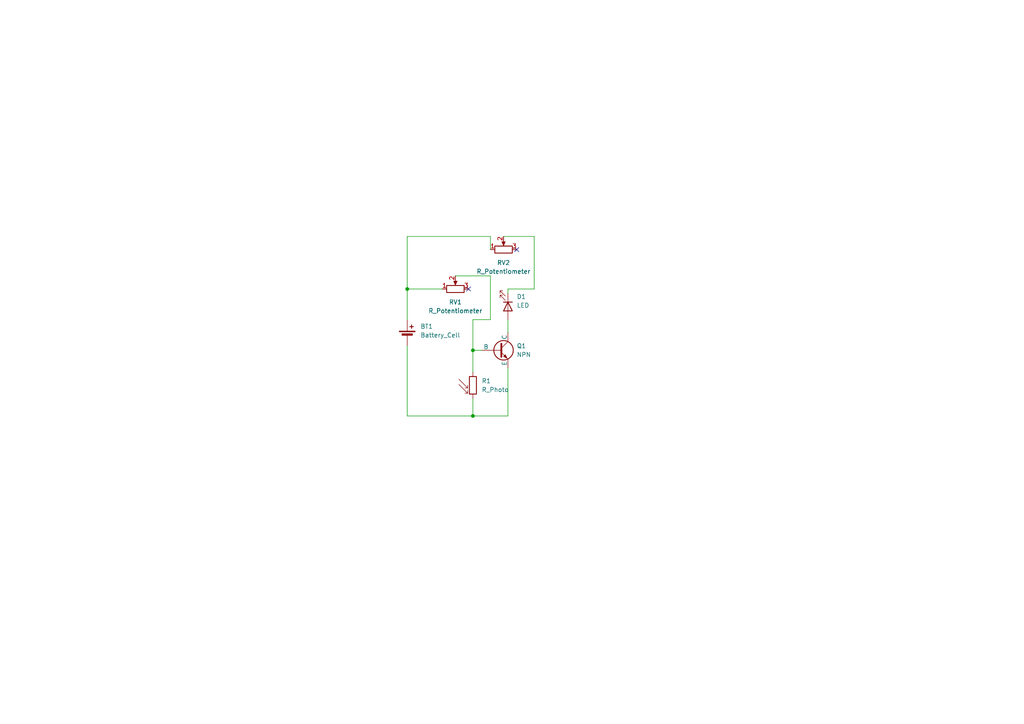
<source format=kicad_sch>
(kicad_sch (version 20231120) (generator "eeschema") (generator_version "8.0")
  (paper "A4")
  (lib_symbols
    (symbol "Device:Battery_Cell" (pin_numbers hide) (pin_names (offset 0) hide)
      (property "Reference" "BT" (at 2.54 2.54 0))
      (property "Value" "Battery_Cell" (at 2.54 0 0))
      (symbol "Battery_Cell_0_1"
        (rectangle (start -2.286 1.778) (end 2.286 1.524) (fill (type outline)))
        (rectangle (start -1.524 1.016) (end 1.524 0.508) (fill (type outline)))
        (polyline (pts (xy 0 0.762) (xy 0 0)))
        (polyline (pts (xy 0 1.778) (xy 0 2.54)))
        (polyline (pts (xy 0.762 3.048) (xy 1.778 3.048)) (stroke (width 0.254)))
        (polyline (pts (xy 1.27 3.556) (xy 1.27 2.54)) (stroke (width 0.254)))
      )
      (symbol "Battery_Cell_1_1"
        (pin passive line (at 0 5.08 270) (length 2.54) (name "+") (number "1"))
        (pin passive line (at 0 -2.54 90) (length 2.54) (name "-") (number "2"))
      )
    )
    (symbol "Device:LED" (pin_numbers hide) (pin_names (offset 1.016) hide)
      (property "Reference" "D" (at 0 2.54 0))
      (property "Value" "LED" (at 0 -2.54 0))
      (symbol "LED_0_1"
        (polyline (pts (xy -1.27 -1.27) (xy -1.27 1.27)) (stroke (width 0.254)))
        (polyline (pts (xy -1.27 0) (xy 1.27 0)))
        (polyline (pts (xy 1.27 -1.27) (xy 1.27 1.27) (xy -1.27 0) (xy 1.27 -1.27)) (stroke (width 0.254)))
        (polyline (pts (xy -3.048 -0.762) (xy -4.572 -2.286) (xy -3.81 -2.286) (xy -4.572 -2.286) (xy -4.572 -1.524)))
        (polyline (pts (xy -1.778 -0.762) (xy -3.302 -2.286) (xy -2.54 -2.286) (xy -3.302 -2.286) (xy -3.302 -1.524)))
      )
      (symbol "LED_1_1"
        (pin passive line (at -3.81 0 0) (length 2.54) (name "K") (number "1"))
        (pin passive line (at 3.81 0 180) (length 2.54) (name "A") (number "2"))
      )
    )
    (symbol "Device:R_Photo" (pin_numbers hide) (pin_names (offset 0))
      (property "Reference" "R" (at 1.27 1.27 0))
      (property "Value" "R_Photo" (at 1.27 0 0))
      (symbol "R_Photo_0_1"
        (rectangle (start -1.016 2.54) (end 1.016 -2.54) (stroke (width 0.254)))
        (polyline (pts (xy -1.524 -2.286) (xy -4.064 0.254)))
        (polyline (pts (xy -1.524 -2.286) (xy -2.286 -2.286)))
        (polyline (pts (xy -1.524 -2.286) (xy -1.524 -1.524)))
        (polyline (pts (xy -1.524 -0.762) (xy -4.064 1.778)))
        (polyline (pts (xy -1.524 -0.762) (xy -2.286 -0.762)))
        (polyline (pts (xy -1.524 -0.762) (xy -1.524 0)))
      )
      (symbol "R_Photo_1_1"
        (pin passive line (at 0 3.81 270) (length 1.27) (name "~") (number "1"))
        (pin passive line (at 0 -3.81 90) (length 1.27) (name "~") (number "2"))
      )
    )
    (symbol "Device:R_Potentiometer" (pin_names (offset 1.016) hide)
      (property "Reference" "RV" (at -4.445 0 90))
      (property "Value" "R_Potentiometer" (at -2.54 0 90))
      (symbol "R_Potentiometer_0_1"
        (polyline (pts (xy 2.54 0) (xy 1.524 0)))
        (polyline (pts (xy 1.143 0) (xy 2.286 0.508) (xy 2.286 -0.508) (xy 1.143 0)) (fill (type outline)))
        (rectangle (start 1.016 2.54) (end -1.016 -2.54) (stroke (width 0.254)))
      )
      (symbol "R_Potentiometer_1_1"
        (pin passive line (at 0 3.81 270) (length 1.27) (name "1") (number "1"))
        (pin passive line (at 3.81 0 180) (length 1.27) (name "2") (number "2"))
        (pin passive line (at 0 -3.81 90) (length 1.27) (name "3") (number "3"))
      )
    )
    (symbol "Simulation_SPICE:NPN" (pin_numbers hide) (pin_names (offset 0))
      (property "Reference" "Q" (at -2.54 7.62 0))
      (property "Value" "NPN" (at -2.54 5.08 0))
      (symbol "NPN_0_1"
        (polyline (pts (xy -2.54 0) (xy 0.635 0)) (stroke (width 0.1524)))
        (polyline (pts (xy 0.635 0.635) (xy 2.54 2.54)))
        (polyline (pts (xy 2.794 -1.27) (xy 2.794 -1.27)) (stroke (width 0.1524)))
        (polyline (pts (xy 2.794 -1.27) (xy 2.794 -1.27)) (stroke (width 0.1524)))
        (polyline (pts (xy 0.635 -0.635) (xy 2.54 -2.54) (xy 2.54 -2.54)))
        (polyline (pts (xy 0.635 1.905) (xy 0.635 -1.905) (xy 0.635 -1.905)) (stroke (width 0.508)))
        (polyline (pts (xy 1.27 -1.778) (xy 1.778 -1.27) (xy 2.286 -2.286) (xy 1.27 -1.778) (xy 1.27 -1.778)) (fill (type outline)))
        (circle (center 1.27 0) (radius 2.8194) (stroke (width 0.254)))
      )
      (symbol "NPN_1_1"
        (pin open_collector line (at 2.54 5.08 270) (length 2.54) (name "C") (number "1"))
        (pin input line (at -5.08 0 0) (length 2.54) (name "B") (number "2"))
        (pin open_emitter line (at 2.54 -5.08 90) (length 2.54) (name "E") (number "3"))
      )
    )
  )
  (junction (at 137.16 101.6))
  (junction (at 118.11 83.82))
  (junction (at 137.16 120.65))
  (no_connect (at 149.86 72.39))
  (no_connect (at 135.89 83.82))
  (wire (pts (xy 137.16 120.65) (xy 137.16 115.57)))
  (wire (pts (xy 118.11 68.58) (xy 118.11 83.82)))
  (wire (pts (xy 118.11 68.58) (xy 142.24 68.58)))
  (wire (pts (xy 154.94 68.58) (xy 146.05 68.58)))
  (wire (pts (xy 147.32 92.71) (xy 147.32 96.52)))
  (wire (pts (xy 137.16 101.6) (xy 137.16 92.71)))
  (wire (pts (xy 147.32 120.65) (xy 137.16 120.65)))
  (wire (pts (xy 142.24 68.58) (xy 142.24 72.39)))
  (wire (pts (xy 118.11 83.82) (xy 128.27 83.82)))
  (wire (pts (xy 118.11 92.71) (xy 118.11 83.82)))
  (wire (pts (xy 142.24 92.71) (xy 142.24 80.01)))
  (wire (pts (xy 147.32 106.68) (xy 147.32 120.65)))
  (wire (pts (xy 147.32 83.82) (xy 147.32 85.09)))
  (wire (pts (xy 147.32 83.82) (xy 154.94 83.82)))
  (wire (pts (xy 154.94 83.82) (xy 154.94 68.58)))
  (wire (pts (xy 118.11 120.65) (xy 137.16 120.65)))
  (wire (pts (xy 137.16 107.95) (xy 137.16 101.6)))
  (wire (pts (xy 118.11 100.33) (xy 118.11 120.65)))
  (wire (pts (xy 137.16 92.71) (xy 142.24 92.71)))
  (wire (pts (xy 137.16 101.6) (xy 139.7 101.6)))
  (wire (pts (xy 142.24 80.01) (xy 132.08 80.01)))
  (symbol (lib_id "Device:R_Potentiometer") (at 146.05 72.39 90) (unit 1)
    (property "Reference" "RV2" (at 146.05 76.2 90))
    (property "Value" "R_Potentiometer" (at 146.05 78.74 90))
    (property "Footprint" "Potentiometer_THT:Potentiometer_Vishay_T73YP_Vertical" (effects (hide yes)))
    (property "Description" "Potentiometer" (effects (hide yes)))
  )
  (symbol (lib_id "Simulation_SPICE:NPN") (at 144.78 101.6 0) (unit 1)
    (property "Reference" "Q1" (at 149.86 100.3299 0) (effects (justify left)))
    (property "Value" "NPN" (at 149.86 102.8699 0) (effects (justify left)))
    (property "Footprint" "Package_TO_SOT_THT:TO-92L_HandSolder" (effects (hide yes)))
    (property "Datasheet" "https://ngspice.sourceforge.io/docs/ngspice-html-manual/manual.xhtml#cha_BJTs" (effects (hide yes)))
    (property "Description" "Bipolar transistor symbol for simulation only, substrate tied to the emitter" (effects (hide yes)))
    (property "Sim.Device" "NPN" (effects (hide yes)))
    (property "Sim.Type" "GUMMELPOON" (effects (hide yes)))
    (property "Sim.Pins" "1=C 2=B 3=E" (effects (hide yes)))
  )
  (symbol (lib_id "Device:LED") (at 147.32 88.9 270) (unit 1)
    (property "Reference" "D1" (at 149.86 86.0424 90) (effects (justify left)))
    (property "Value" "LED" (at 149.86 88.5824 90) (effects (justify left)))
    (property "Footprint" "LED_THT:LED_D5.0mm" (effects (hide yes)))
    (property "Description" "Light emitting diode" (effects (hide yes)))
  )
  (symbol (lib_id "Device:R_Photo") (at 137.16 111.76 0) (unit 1)
    (property "Reference" "R1" (at 139.7 110.4899 0) (effects (justify left)))
    (property "Value" "R_Photo" (at 139.7 113.0299 0) (effects (justify left)))
    (property "Footprint" "OptoDevice:R_LDR_5.1x4.3mm_P3.4mm_Vertical" (effects (hide yes)))
    (property "Description" "Photoresistor" (effects (hide yes)))
  )
  (symbol (lib_id "Device:R_Potentiometer") (at 132.08 83.82 90) (unit 1)
    (property "Reference" "RV1" (at 132.08 87.63 90))
    (property "Value" "R_Potentiometer" (at 132.08 90.17 90))
    (property "Footprint" "Potentiometer_THT:Potentiometer_Vishay_T73YP_Vertical" (effects (hide yes)))
    (property "Description" "Potentiometer" (effects (hide yes)))
  )
  (symbol (lib_id "Device:Battery_Cell") (at 118.11 97.79 0) (unit 1)
    (property "Reference" "BT1" (at 121.92 94.6784 0) (effects (justify left)))
    (property "Value" "Battery_Cell" (at 121.92 97.2184 0) (effects (justify left)))
    (property "Footprint" "Battery:BatteryHolder_Keystone_3034_1x20mm" (effects (hide yes)))
    (property "Description" "Single-cell battery" (effects (hide yes)))
  )
)
</source>
